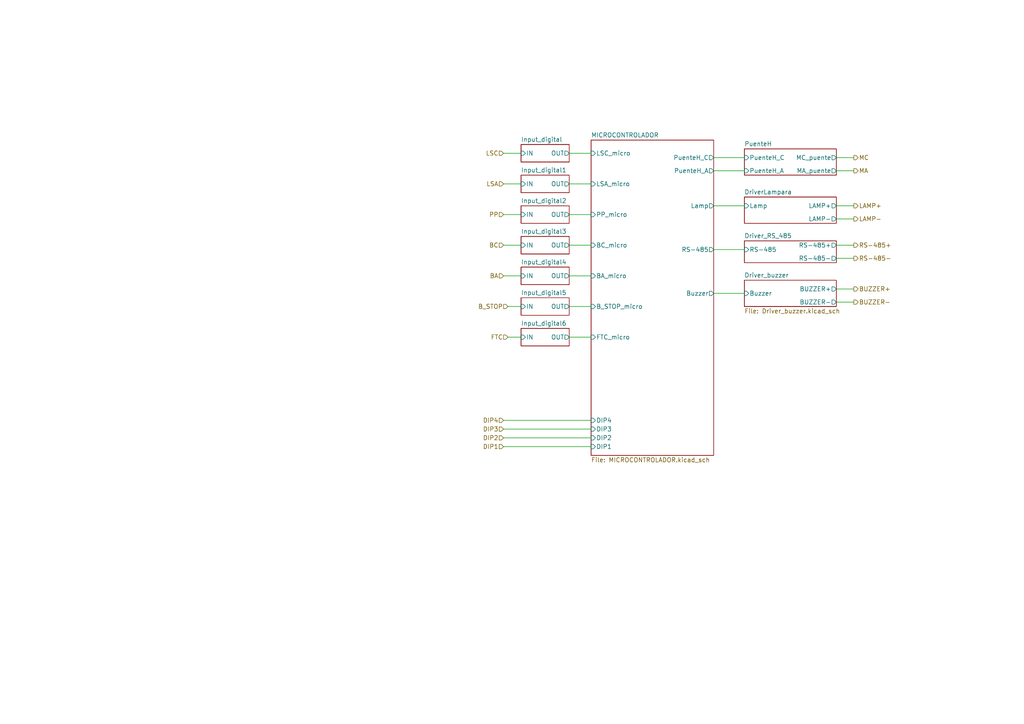
<source format=kicad_sch>
(kicad_sch
	(version 20250114)
	(generator "eeschema")
	(generator_version "9.0")
	(uuid "d0fe5677-f880-4651-8774-e9aeb304ae1a")
	(paper "A4")
	(lib_symbols)
	(wire
		(pts
			(xy 146.05 124.46) (xy 171.45 124.46)
		)
		(stroke
			(width 0)
			(type default)
		)
		(uuid "00c3f3d2-9400-418b-9868-5d78c4cbf39e")
	)
	(wire
		(pts
			(xy 146.05 121.92) (xy 171.45 121.92)
		)
		(stroke
			(width 0)
			(type default)
		)
		(uuid "00da3a63-4639-4c33-9a16-d4ba389ae782")
	)
	(wire
		(pts
			(xy 165.1 97.79) (xy 171.45 97.79)
		)
		(stroke
			(width 0)
			(type default)
		)
		(uuid "058bcb01-c98c-4d8a-9271-a0b84e83ddb9")
	)
	(wire
		(pts
			(xy 242.57 71.12) (xy 247.65 71.12)
		)
		(stroke
			(width 0)
			(type default)
		)
		(uuid "08017cf5-8b11-4c78-921b-76956db02e56")
	)
	(wire
		(pts
			(xy 165.1 62.23) (xy 171.45 62.23)
		)
		(stroke
			(width 0)
			(type default)
		)
		(uuid "0ad70b3b-eb2d-41e6-832d-dcf01a9451ee")
	)
	(wire
		(pts
			(xy 242.57 63.5) (xy 247.65 63.5)
		)
		(stroke
			(width 0)
			(type default)
		)
		(uuid "1206da60-1f74-4d2b-b2ba-39650ab111f4")
	)
	(wire
		(pts
			(xy 146.05 129.54) (xy 171.45 129.54)
		)
		(stroke
			(width 0)
			(type default)
		)
		(uuid "1468d6a1-ae65-4116-940e-7476c6b0410e")
	)
	(wire
		(pts
			(xy 207.01 45.72) (xy 215.9 45.72)
		)
		(stroke
			(width 0)
			(type default)
		)
		(uuid "1e335ddf-87f7-4945-bfbd-eddd36700f65")
	)
	(wire
		(pts
			(xy 242.57 87.63) (xy 247.65 87.63)
		)
		(stroke
			(width 0)
			(type default)
		)
		(uuid "3110dfd6-0295-44d3-b5a6-255887647c74")
	)
	(wire
		(pts
			(xy 165.1 44.45) (xy 171.45 44.45)
		)
		(stroke
			(width 0)
			(type default)
		)
		(uuid "362117b9-2306-42b0-b104-cd9b0839b119")
	)
	(wire
		(pts
			(xy 242.57 49.53) (xy 247.65 49.53)
		)
		(stroke
			(width 0)
			(type default)
		)
		(uuid "4720cc22-da3b-45cd-8c34-ffbab27b0d75")
	)
	(wire
		(pts
			(xy 207.01 85.09) (xy 215.9 85.09)
		)
		(stroke
			(width 0)
			(type default)
		)
		(uuid "5809c0ba-9e3c-4007-b788-7e938b86206d")
	)
	(wire
		(pts
			(xy 146.05 127) (xy 171.45 127)
		)
		(stroke
			(width 0)
			(type default)
		)
		(uuid "59957391-6af1-4b76-83a1-cc0b94e4e790")
	)
	(wire
		(pts
			(xy 165.1 88.9) (xy 171.45 88.9)
		)
		(stroke
			(width 0)
			(type default)
		)
		(uuid "599a7d92-85e5-4f5f-93cd-a8c9ff16fc39")
	)
	(wire
		(pts
			(xy 146.05 44.45) (xy 151.13 44.45)
		)
		(stroke
			(width 0)
			(type default)
		)
		(uuid "5b38a06d-1ae9-455f-bbbe-2336cd336613")
	)
	(wire
		(pts
			(xy 207.01 72.39) (xy 215.9 72.39)
		)
		(stroke
			(width 0)
			(type default)
		)
		(uuid "62f3f81d-6f49-4138-bfbe-e3d9f890b58f")
	)
	(wire
		(pts
			(xy 146.05 62.23) (xy 151.13 62.23)
		)
		(stroke
			(width 0)
			(type default)
		)
		(uuid "6467e95c-d278-4639-9b09-93d235c8f937")
	)
	(wire
		(pts
			(xy 207.01 49.53) (xy 215.9 49.53)
		)
		(stroke
			(width 0)
			(type default)
		)
		(uuid "8652a962-6e1d-4a44-8eb7-879ec739f83e")
	)
	(wire
		(pts
			(xy 242.57 83.82) (xy 247.65 83.82)
		)
		(stroke
			(width 0)
			(type default)
		)
		(uuid "a1b89717-1cac-4168-beb4-fb02793569ab")
	)
	(wire
		(pts
			(xy 242.57 45.72) (xy 247.65 45.72)
		)
		(stroke
			(width 0)
			(type default)
		)
		(uuid "a4fda204-f2f6-4131-906c-3b138cecaeb5")
	)
	(wire
		(pts
			(xy 146.05 53.34) (xy 151.13 53.34)
		)
		(stroke
			(width 0)
			(type default)
		)
		(uuid "a9ecc670-3a14-4dc5-9de1-1ac76616737d")
	)
	(wire
		(pts
			(xy 146.05 71.12) (xy 151.13 71.12)
		)
		(stroke
			(width 0)
			(type default)
		)
		(uuid "b1ee17b1-1542-491a-9564-99c7b03189b3")
	)
	(wire
		(pts
			(xy 207.01 59.69) (xy 215.9 59.69)
		)
		(stroke
			(width 0)
			(type default)
		)
		(uuid "b8617acc-f85a-46dc-80c8-d790420358ce")
	)
	(wire
		(pts
			(xy 147.32 97.79) (xy 151.13 97.79)
		)
		(stroke
			(width 0)
			(type default)
		)
		(uuid "bf242e5a-ee05-47b5-9854-e2c87827d93f")
	)
	(wire
		(pts
			(xy 242.57 74.93) (xy 247.65 74.93)
		)
		(stroke
			(width 0)
			(type default)
		)
		(uuid "d04ab56b-0b19-44ce-8716-f722d855d3b4")
	)
	(wire
		(pts
			(xy 165.1 53.34) (xy 171.45 53.34)
		)
		(stroke
			(width 0)
			(type default)
		)
		(uuid "d23f534f-2dec-4b57-aa23-165c9a8b458f")
	)
	(wire
		(pts
			(xy 165.1 71.12) (xy 171.45 71.12)
		)
		(stroke
			(width 0)
			(type default)
		)
		(uuid "dbe99ae2-52ac-4ddc-8f6f-522ed0da12a3")
	)
	(wire
		(pts
			(xy 146.05 80.01) (xy 151.13 80.01)
		)
		(stroke
			(width 0)
			(type default)
		)
		(uuid "e244d5d7-4f1c-408e-859a-c763c265176f")
	)
	(wire
		(pts
			(xy 147.32 88.9) (xy 151.13 88.9)
		)
		(stroke
			(width 0)
			(type default)
		)
		(uuid "ea0f7266-d23a-4698-96c3-ff21ee4fad2c")
	)
	(wire
		(pts
			(xy 165.1 80.01) (xy 171.45 80.01)
		)
		(stroke
			(width 0)
			(type default)
		)
		(uuid "f09b4cd0-cceb-45f3-a7d9-f9f4eec3fe45")
	)
	(wire
		(pts
			(xy 242.57 59.69) (xy 247.65 59.69)
		)
		(stroke
			(width 0)
			(type default)
		)
		(uuid "fa2d0246-9e8c-4092-a2b0-2d04f52c681c")
	)
	(hierarchical_label "PP"
		(shape input)
		(at 146.05 62.23 180)
		(effects
			(font
				(size 1.27 1.27)
			)
			(justify right)
		)
		(uuid "107aaee1-f3cd-4a48-b284-5cc7ff503d93")
	)
	(hierarchical_label "MC"
		(shape output)
		(at 247.65 45.72 0)
		(effects
			(font
				(size 1.27 1.27)
			)
			(justify left)
		)
		(uuid "2b73c386-a490-4f2b-871c-762513c9c057")
	)
	(hierarchical_label "DIP1"
		(shape input)
		(at 146.05 129.54 180)
		(effects
			(font
				(size 1.27 1.27)
			)
			(justify right)
		)
		(uuid "2d22d601-5141-4bfc-a370-7bbf2ad17032")
	)
	(hierarchical_label "LSC"
		(shape input)
		(at 146.05 44.45 180)
		(effects
			(font
				(size 1.27 1.27)
			)
			(justify right)
		)
		(uuid "46f98ffd-545c-4593-9fc7-cf54d9c1fafd")
	)
	(hierarchical_label "LAMP-"
		(shape output)
		(at 247.65 63.5 0)
		(effects
			(font
				(size 1.27 1.27)
			)
			(justify left)
		)
		(uuid "476f71c0-a2b1-401c-89c2-18167d394dc0")
	)
	(hierarchical_label "MA"
		(shape output)
		(at 247.65 49.53 0)
		(effects
			(font
				(size 1.27 1.27)
			)
			(justify left)
		)
		(uuid "48808b55-9fd3-491c-bba5-b506f1a81ef0")
	)
	(hierarchical_label "RS-485-"
		(shape output)
		(at 247.65 74.93 0)
		(effects
			(font
				(size 1.27 1.27)
			)
			(justify left)
		)
		(uuid "6552502d-6c76-48a4-82ec-7e270f383e58")
	)
	(hierarchical_label "DIP3"
		(shape input)
		(at 146.05 124.46 180)
		(effects
			(font
				(size 1.27 1.27)
			)
			(justify right)
		)
		(uuid "67f3ab1e-2b8a-4cf7-80ba-6a023073a0f4")
	)
	(hierarchical_label "LAMP+"
		(shape output)
		(at 247.65 59.69 0)
		(effects
			(font
				(size 1.27 1.27)
			)
			(justify left)
		)
		(uuid "798c8e95-1ac9-468d-9dfc-89bf03faf16e")
	)
	(hierarchical_label "BA"
		(shape input)
		(at 146.05 80.01 180)
		(effects
			(font
				(size 1.27 1.27)
			)
			(justify right)
		)
		(uuid "8c66cd03-e072-4ed3-ab13-13ab652737ff")
	)
	(hierarchical_label "B_STOP"
		(shape input)
		(at 147.32 88.9 180)
		(effects
			(font
				(size 1.27 1.27)
			)
			(justify right)
		)
		(uuid "935dc878-5d11-4a05-8072-e48216e53eef")
	)
	(hierarchical_label "BC"
		(shape input)
		(at 146.05 71.12 180)
		(effects
			(font
				(size 1.27 1.27)
			)
			(justify right)
		)
		(uuid "a3509665-f516-4e3d-b528-80b6a5d6d73e")
	)
	(hierarchical_label "BUZZER+"
		(shape output)
		(at 247.65 83.82 0)
		(effects
			(font
				(size 1.27 1.27)
			)
			(justify left)
		)
		(uuid "a77c0e5d-1d2e-4e0c-be08-2b853c0159f7")
	)
	(hierarchical_label "BUZZER-"
		(shape output)
		(at 247.65 87.63 0)
		(effects
			(font
				(size 1.27 1.27)
			)
			(justify left)
		)
		(uuid "bfa7cc98-ce94-47b5-acb5-4210f176fb99")
	)
	(hierarchical_label "LSA"
		(shape input)
		(at 146.05 53.34 180)
		(effects
			(font
				(size 1.27 1.27)
			)
			(justify right)
		)
		(uuid "c92c5afa-2f57-416b-a477-9dc99b23ea2e")
	)
	(hierarchical_label "RS-485+"
		(shape output)
		(at 247.65 71.12 0)
		(effects
			(font
				(size 1.27 1.27)
			)
			(justify left)
		)
		(uuid "ce65a09c-455a-48fe-90b1-26415dc2ab2b")
	)
	(hierarchical_label "DIP4"
		(shape input)
		(at 146.05 121.92 180)
		(effects
			(font
				(size 1.27 1.27)
			)
			(justify right)
		)
		(uuid "d0fec52c-e474-477c-90d7-d22189f4de0c")
	)
	(hierarchical_label "FTC"
		(shape input)
		(at 147.32 97.79 180)
		(effects
			(font
				(size 1.27 1.27)
			)
			(justify right)
		)
		(uuid "db65cbec-27fa-4a75-ade8-0af98b0e9417")
	)
	(hierarchical_label "DIP2"
		(shape input)
		(at 146.05 127 180)
		(effects
			(font
				(size 1.27 1.27)
			)
			(justify right)
		)
		(uuid "ebd901c9-880c-477c-bdaa-123f8fbdd081")
	)
	(sheet
		(at 151.13 95.25)
		(size 13.97 5.08)
		(exclude_from_sim no)
		(in_bom yes)
		(on_board yes)
		(dnp no)
		(fields_autoplaced yes)
		(stroke
			(width 0.1524)
			(type solid)
		)
		(fill
			(color 0 0 0 0.0000)
		)
		(uuid "498ee43e-cb17-4bcb-97c5-78d25d4a76d9")
		(property "Sheetname" "Input_digital6"
			(at 151.13 94.5384 0)
			(effects
				(font
					(size 1.27 1.27)
				)
				(justify left bottom)
			)
		)
		(property "Sheetfile" "Input_digital.kicad_sch"
			(at 151.13 100.9146 0)
			(effects
				(font
					(size 1.27 1.27)
				)
				(justify left top)
				(hide yes)
			)
		)
		(pin "IN" input
			(at 151.13 97.79 180)
			(uuid "379934a9-b6e5-4854-b536-32690239b94c")
			(effects
				(font
					(size 1.27 1.27)
				)
				(justify left)
			)
		)
		(pin "OUT" output
			(at 165.1 97.79 0)
			(uuid "354b3e54-9153-4bb4-8da4-306ac2a30e26")
			(effects
				(font
					(size 1.27 1.27)
				)
				(justify right)
			)
		)
		(instances
			(project "Micro_puerta"
				(path "/1b977d99-1d22-4971-9e37-13f65a474bc7/be4a5a19-382f-465e-8ce7-b4d36dda7d2a"
					(page "9")
				)
			)
		)
	)
	(sheet
		(at 215.9 69.85)
		(size 26.67 6.35)
		(exclude_from_sim no)
		(in_bom yes)
		(on_board yes)
		(dnp no)
		(fields_autoplaced yes)
		(stroke
			(width 0.1524)
			(type solid)
		)
		(fill
			(color 0 0 0 0.0000)
		)
		(uuid "5997f8d1-ad14-4af7-ad5c-694bf1e7ea3c")
		(property "Sheetname" "Driver_RS_485"
			(at 215.9 69.1384 0)
			(effects
				(font
					(size 1.27 1.27)
				)
				(justify left bottom)
			)
		)
		(property "Sheetfile" "Driver_RS_485.kicad_sch"
			(at 215.9 76.7846 0)
			(effects
				(font
					(size 1.27 1.27)
				)
				(justify left top)
				(hide yes)
			)
		)
		(pin "RS-485+" output
			(at 242.57 71.12 0)
			(uuid "5c8c8fd7-25b5-45d0-be51-5e5f34bfbb74")
			(effects
				(font
					(size 1.27 1.27)
				)
				(justify right)
			)
		)
		(pin "RS-485-" output
			(at 242.57 74.93 0)
			(uuid "314cd18f-f746-43ba-8cd5-c9fa33ffc7c2")
			(effects
				(font
					(size 1.27 1.27)
				)
				(justify right)
			)
		)
		(pin "RS-485" input
			(at 215.9 72.39 180)
			(uuid "43a8d303-0a1a-4df2-8a2d-de253d282e22")
			(effects
				(font
					(size 1.27 1.27)
				)
				(justify left)
			)
		)
		(instances
			(project "Micro_puerta"
				(path "/1b977d99-1d22-4971-9e37-13f65a474bc7/be4a5a19-382f-465e-8ce7-b4d36dda7d2a"
					(page "15")
				)
			)
		)
	)
	(sheet
		(at 215.9 81.28)
		(size 26.67 7.62)
		(exclude_from_sim no)
		(in_bom yes)
		(on_board yes)
		(dnp no)
		(fields_autoplaced yes)
		(stroke
			(width 0.1524)
			(type solid)
		)
		(fill
			(color 0 0 0 0.0000)
		)
		(uuid "5c903b5a-7620-4596-99a3-35d5351c7a41")
		(property "Sheetname" "Driver_buzzer"
			(at 215.9 80.5684 0)
			(effects
				(font
					(size 1.27 1.27)
				)
				(justify left bottom)
			)
		)
		(property "Sheetfile" "Driver_buzzer.kicad_sch"
			(at 215.9 89.4846 0)
			(effects
				(font
					(size 1.27 1.27)
				)
				(justify left top)
			)
		)
		(pin "Buzzer" input
			(at 215.9 85.09 180)
			(uuid "17ab2fd3-47bc-4bad-825d-4ee97b71ed1a")
			(effects
				(font
					(size 1.27 1.27)
				)
				(justify left)
			)
		)
		(pin "BUZZER+" output
			(at 242.57 83.82 0)
			(uuid "c29a5634-45d4-456f-b946-776b994cc319")
			(effects
				(font
					(size 1.27 1.27)
				)
				(justify right)
			)
		)
		(pin "BUZZER-" output
			(at 242.57 87.63 0)
			(uuid "a13ec314-88e2-44f7-bf2c-2009ca82e3b7")
			(effects
				(font
					(size 1.27 1.27)
				)
				(justify right)
			)
		)
		(instances
			(project "Micro_puerta"
				(path "/1b977d99-1d22-4971-9e37-13f65a474bc7/be4a5a19-382f-465e-8ce7-b4d36dda7d2a"
					(page "15")
				)
			)
		)
	)
	(sheet
		(at 171.45 40.64)
		(size 35.56 91.44)
		(exclude_from_sim no)
		(in_bom yes)
		(on_board yes)
		(dnp no)
		(fields_autoplaced yes)
		(stroke
			(width 0.1524)
			(type solid)
		)
		(fill
			(color 0 0 0 0.0000)
		)
		(uuid "5df3b7e9-7623-4507-b778-b28e041d7a6c")
		(property "Sheetname" "MICROCONTROLADOR"
			(at 171.45 39.9284 0)
			(effects
				(font
					(size 1.27 1.27)
				)
				(justify left bottom)
			)
		)
		(property "Sheetfile" "MICROCONTROLADOR.kicad_sch"
			(at 171.45 132.6646 0)
			(effects
				(font
					(size 1.27 1.27)
				)
				(justify left top)
			)
		)
		(pin "DIP1" input
			(at 171.45 129.54 180)
			(uuid "8616ee00-7017-4392-9eb7-acb9724f0e9e")
			(effects
				(font
					(size 1.27 1.27)
				)
				(justify left)
			)
		)
		(pin "DIP2" input
			(at 171.45 127 180)
			(uuid "a741d09a-c3b8-432f-8244-776e083237ed")
			(effects
				(font
					(size 1.27 1.27)
				)
				(justify left)
			)
		)
		(pin "DIP3" input
			(at 171.45 124.46 180)
			(uuid "e5c8c760-9686-4fce-8af3-bb43e31ae134")
			(effects
				(font
					(size 1.27 1.27)
				)
				(justify left)
			)
		)
		(pin "DIP4" input
			(at 171.45 121.92 180)
			(uuid "7d6e5eca-5bce-4eb7-8a44-43fa51558b37")
			(effects
				(font
					(size 1.27 1.27)
				)
				(justify left)
			)
		)
		(pin "BA_micro" input
			(at 171.45 80.01 180)
			(uuid "92edf26a-7985-4dcc-92cd-3e0e55a29492")
			(effects
				(font
					(size 1.27 1.27)
				)
				(justify left)
			)
		)
		(pin "BC_micro" input
			(at 171.45 71.12 180)
			(uuid "e3d24562-2c17-44b8-9a10-5cf9605b69fc")
			(effects
				(font
					(size 1.27 1.27)
				)
				(justify left)
			)
		)
		(pin "B_STOP_micro" input
			(at 171.45 88.9 180)
			(uuid "b0354425-7dd9-4a17-9a6b-7716d07975df")
			(effects
				(font
					(size 1.27 1.27)
				)
				(justify left)
			)
		)
		(pin "FTC_micro" input
			(at 171.45 97.79 180)
			(uuid "a902d139-7572-4fb6-b7fb-9b5cf71a0777")
			(effects
				(font
					(size 1.27 1.27)
				)
				(justify left)
			)
		)
		(pin "LSA_micro" input
			(at 171.45 53.34 180)
			(uuid "8b79d217-51c9-4e5f-985d-a2667802cfb1")
			(effects
				(font
					(size 1.27 1.27)
				)
				(justify left)
			)
		)
		(pin "LSC_micro" input
			(at 171.45 44.45 180)
			(uuid "34c2937b-456d-4aa0-9873-fbe601552541")
			(effects
				(font
					(size 1.27 1.27)
				)
				(justify left)
			)
		)
		(pin "PP_micro" input
			(at 171.45 62.23 180)
			(uuid "5dc7a3e6-f5fb-498c-888d-5d2585682f5a")
			(effects
				(font
					(size 1.27 1.27)
				)
				(justify left)
			)
		)
		(pin "PuenteH_A" output
			(at 207.01 49.53 0)
			(uuid "ee9eddb5-9b0c-401e-a8bc-98c68bc6d425")
			(effects
				(font
					(size 1.27 1.27)
				)
				(justify right)
			)
		)
		(pin "PuenteH_C" output
			(at 207.01 45.72 0)
			(uuid "bffd7eec-c7fa-40bb-9062-b358e3938dd5")
			(effects
				(font
					(size 1.27 1.27)
				)
				(justify right)
			)
		)
		(pin "Buzzer" output
			(at 207.01 85.09 0)
			(uuid "b459cedb-908a-4155-a897-6597a90b08d5")
			(effects
				(font
					(size 1.27 1.27)
				)
				(justify right)
			)
		)
		(pin "Lamp" output
			(at 207.01 59.69 0)
			(uuid "75423af7-2791-4464-a54d-5fc864d81df0")
			(effects
				(font
					(size 1.27 1.27)
				)
				(justify right)
			)
		)
		(pin "RS-485" output
			(at 207.01 72.39 0)
			(uuid "4e0a2c27-b6e6-4f18-bd71-72a81816c422")
			(effects
				(font
					(size 1.27 1.27)
				)
				(justify right)
			)
		)
		(instances
			(project "Micro_puerta"
				(path "/1b977d99-1d22-4971-9e37-13f65a474bc7/be4a5a19-382f-465e-8ce7-b4d36dda7d2a"
					(page "11")
				)
			)
		)
	)
	(sheet
		(at 151.13 50.8)
		(size 13.97 5.08)
		(exclude_from_sim no)
		(in_bom yes)
		(on_board yes)
		(dnp no)
		(fields_autoplaced yes)
		(stroke
			(width 0.1524)
			(type solid)
		)
		(fill
			(color 0 0 0 0.0000)
		)
		(uuid "63227406-7c3d-4285-83a6-b42f83ceff6b")
		(property "Sheetname" "Input_digital1"
			(at 151.13 50.0884 0)
			(effects
				(font
					(size 1.27 1.27)
				)
				(justify left bottom)
			)
		)
		(property "Sheetfile" "Input_digital.kicad_sch"
			(at 151.13 56.4646 0)
			(effects
				(font
					(size 1.27 1.27)
				)
				(justify left top)
				(hide yes)
			)
		)
		(pin "IN" input
			(at 151.13 53.34 180)
			(uuid "88af3a2a-0092-436f-a048-19872ee4ec13")
			(effects
				(font
					(size 1.27 1.27)
				)
				(justify left)
			)
		)
		(pin "OUT" output
			(at 165.1 53.34 0)
			(uuid "0fa70248-7ba3-497e-a066-1bbdfbea0256")
			(effects
				(font
					(size 1.27 1.27)
				)
				(justify right)
			)
		)
		(instances
			(project "Micro_puerta"
				(path "/1b977d99-1d22-4971-9e37-13f65a474bc7/be4a5a19-382f-465e-8ce7-b4d36dda7d2a"
					(page "4")
				)
			)
		)
	)
	(sheet
		(at 151.13 77.47)
		(size 13.97 5.08)
		(exclude_from_sim no)
		(in_bom yes)
		(on_board yes)
		(dnp no)
		(fields_autoplaced yes)
		(stroke
			(width 0.1524)
			(type solid)
		)
		(fill
			(color 0 0 0 0.0000)
		)
		(uuid "79e0d816-1df9-4317-b364-7dca1077c0d3")
		(property "Sheetname" "Input_digital4"
			(at 151.13 76.7584 0)
			(effects
				(font
					(size 1.27 1.27)
				)
				(justify left bottom)
			)
		)
		(property "Sheetfile" "Input_digital.kicad_sch"
			(at 151.13 83.1346 0)
			(effects
				(font
					(size 1.27 1.27)
				)
				(justify left top)
				(hide yes)
			)
		)
		(pin "IN" input
			(at 151.13 80.01 180)
			(uuid "20a85a29-24b7-47e7-82e4-e83bf714a08e")
			(effects
				(font
					(size 1.27 1.27)
				)
				(justify left)
			)
		)
		(pin "OUT" output
			(at 165.1 80.01 0)
			(uuid "5f80038e-fe5d-4efb-88ea-5b427af6b420")
			(effects
				(font
					(size 1.27 1.27)
				)
				(justify right)
			)
		)
		(instances
			(project "Micro_puerta"
				(path "/1b977d99-1d22-4971-9e37-13f65a474bc7/be4a5a19-382f-465e-8ce7-b4d36dda7d2a"
					(page "7")
				)
			)
		)
	)
	(sheet
		(at 151.13 68.58)
		(size 13.97 5.08)
		(exclude_from_sim no)
		(in_bom yes)
		(on_board yes)
		(dnp no)
		(fields_autoplaced yes)
		(stroke
			(width 0.1524)
			(type solid)
		)
		(fill
			(color 0 0 0 0.0000)
		)
		(uuid "7bcfcb45-1e59-442b-9b75-6f4c16a8f83c")
		(property "Sheetname" "Input_digital3"
			(at 151.13 67.8684 0)
			(effects
				(font
					(size 1.27 1.27)
				)
				(justify left bottom)
			)
		)
		(property "Sheetfile" "Input_digital.kicad_sch"
			(at 151.13 74.2446 0)
			(effects
				(font
					(size 1.27 1.27)
				)
				(justify left top)
				(hide yes)
			)
		)
		(pin "IN" input
			(at 151.13 71.12 180)
			(uuid "0eada5bf-8893-4b3e-b2a2-a30a1c5b959f")
			(effects
				(font
					(size 1.27 1.27)
				)
				(justify left)
			)
		)
		(pin "OUT" output
			(at 165.1 71.12 0)
			(uuid "63f7e5d1-6375-4147-b742-296b558eb40b")
			(effects
				(font
					(size 1.27 1.27)
				)
				(justify right)
			)
		)
		(instances
			(project "Micro_puerta"
				(path "/1b977d99-1d22-4971-9e37-13f65a474bc7/be4a5a19-382f-465e-8ce7-b4d36dda7d2a"
					(page "6")
				)
			)
		)
	)
	(sheet
		(at 151.13 86.36)
		(size 13.97 5.08)
		(exclude_from_sim no)
		(in_bom yes)
		(on_board yes)
		(dnp no)
		(fields_autoplaced yes)
		(stroke
			(width 0.1524)
			(type solid)
		)
		(fill
			(color 0 0 0 0.0000)
		)
		(uuid "8d930a81-6f29-4b62-9f3d-3538f0be8ed0")
		(property "Sheetname" "Input_digital5"
			(at 151.13 85.6484 0)
			(effects
				(font
					(size 1.27 1.27)
				)
				(justify left bottom)
			)
		)
		(property "Sheetfile" "Input_digital.kicad_sch"
			(at 151.13 92.0246 0)
			(effects
				(font
					(size 1.27 1.27)
				)
				(justify left top)
				(hide yes)
			)
		)
		(pin "IN" input
			(at 151.13 88.9 180)
			(uuid "c704502c-2621-4c91-8a25-d418ab597dc2")
			(effects
				(font
					(size 1.27 1.27)
				)
				(justify left)
			)
		)
		(pin "OUT" output
			(at 165.1 88.9 0)
			(uuid "632053a2-6e53-4166-94d9-2b9bdb752897")
			(effects
				(font
					(size 1.27 1.27)
				)
				(justify right)
			)
		)
		(instances
			(project "Micro_puerta"
				(path "/1b977d99-1d22-4971-9e37-13f65a474bc7/be4a5a19-382f-465e-8ce7-b4d36dda7d2a"
					(page "8")
				)
			)
		)
	)
	(sheet
		(at 151.13 59.69)
		(size 13.97 5.08)
		(exclude_from_sim no)
		(in_bom yes)
		(on_board yes)
		(dnp no)
		(fields_autoplaced yes)
		(stroke
			(width 0.1524)
			(type solid)
		)
		(fill
			(color 0 0 0 0.0000)
		)
		(uuid "a7a86acf-c198-486e-a42b-273da68a112d")
		(property "Sheetname" "Input_digital2"
			(at 151.13 58.9784 0)
			(effects
				(font
					(size 1.27 1.27)
				)
				(justify left bottom)
			)
		)
		(property "Sheetfile" "Input_digital.kicad_sch"
			(at 151.13 65.3546 0)
			(effects
				(font
					(size 1.27 1.27)
				)
				(justify left top)
				(hide yes)
			)
		)
		(pin "IN" input
			(at 151.13 62.23 180)
			(uuid "cb5c272b-98d1-4eef-846f-2bf531a8f6a2")
			(effects
				(font
					(size 1.27 1.27)
				)
				(justify left)
			)
		)
		(pin "OUT" output
			(at 165.1 62.23 0)
			(uuid "34d22d65-87e4-4a29-b3a0-1b8be0a37235")
			(effects
				(font
					(size 1.27 1.27)
				)
				(justify right)
			)
		)
		(instances
			(project "Micro_puerta"
				(path "/1b977d99-1d22-4971-9e37-13f65a474bc7/be4a5a19-382f-465e-8ce7-b4d36dda7d2a"
					(page "5")
				)
			)
		)
	)
	(sheet
		(at 215.9 57.15)
		(size 26.67 7.62)
		(exclude_from_sim no)
		(in_bom yes)
		(on_board yes)
		(dnp no)
		(fields_autoplaced yes)
		(stroke
			(width 0.1524)
			(type solid)
		)
		(fill
			(color 0 0 0 0.0000)
		)
		(uuid "bfcc3fa2-33a1-42b9-9f87-e8fbea842790")
		(property "Sheetname" "DriverLampara"
			(at 215.9 56.4384 0)
			(effects
				(font
					(size 1.27 1.27)
				)
				(justify left bottom)
			)
		)
		(property "Sheetfile" "DriverLampara.kicad_sch"
			(at 215.9 65.3546 0)
			(effects
				(font
					(size 1.27 1.27)
				)
				(justify left top)
				(hide yes)
			)
		)
		(pin "Lamp" input
			(at 215.9 59.69 180)
			(uuid "458f68ff-7969-4b42-b60c-359f3b052699")
			(effects
				(font
					(size 1.27 1.27)
				)
				(justify left)
			)
		)
		(pin "LAMP+" output
			(at 242.57 59.69 0)
			(uuid "8d0c90ea-b670-423c-9429-b79b1116d152")
			(effects
				(font
					(size 1.27 1.27)
				)
				(justify right)
			)
		)
		(pin "LAMP-" output
			(at 242.57 63.5 0)
			(uuid "9d0a1215-6c37-4790-9164-cc0869cb99cf")
			(effects
				(font
					(size 1.27 1.27)
				)
				(justify right)
			)
		)
		(instances
			(project "Micro_puerta"
				(path "/1b977d99-1d22-4971-9e37-13f65a474bc7/be4a5a19-382f-465e-8ce7-b4d36dda7d2a"
					(page "14")
				)
			)
		)
	)
	(sheet
		(at 151.13 41.91)
		(size 13.97 5.08)
		(exclude_from_sim no)
		(in_bom yes)
		(on_board yes)
		(dnp no)
		(fields_autoplaced yes)
		(stroke
			(width 0.1524)
			(type solid)
		)
		(fill
			(color 0 0 0 0.0000)
		)
		(uuid "c68ead41-e356-4f95-bd9f-b2af4554166d")
		(property "Sheetname" "Input_digital"
			(at 151.13 41.1984 0)
			(effects
				(font
					(size 1.27 1.27)
				)
				(justify left bottom)
			)
		)
		(property "Sheetfile" "Input_digital.kicad_sch"
			(at 151.13 47.5746 0)
			(effects
				(font
					(size 1.27 1.27)
				)
				(justify left top)
				(hide yes)
			)
		)
		(pin "IN" input
			(at 151.13 44.45 180)
			(uuid "d28a44bd-32bd-4583-a694-36ae4c87c446")
			(effects
				(font
					(size 1.27 1.27)
				)
				(justify left)
			)
		)
		(pin "OUT" output
			(at 165.1 44.45 0)
			(uuid "ff158f64-fc7a-4721-9995-ddfc0b8f5513")
			(effects
				(font
					(size 1.27 1.27)
				)
				(justify right)
			)
		)
		(instances
			(project "Micro_puerta"
				(path "/1b977d99-1d22-4971-9e37-13f65a474bc7/be4a5a19-382f-465e-8ce7-b4d36dda7d2a"
					(page "3")
				)
			)
		)
	)
	(sheet
		(at 215.9 43.18)
		(size 26.67 7.62)
		(exclude_from_sim no)
		(in_bom yes)
		(on_board yes)
		(dnp no)
		(fields_autoplaced yes)
		(stroke
			(width 0.1524)
			(type solid)
		)
		(fill
			(color 0 0 0 0.0000)
		)
		(uuid "f37f3d81-c124-4514-96cc-c3f6281f6816")
		(property "Sheetname" "PuenteH"
			(at 215.9 42.4684 0)
			(effects
				(font
					(size 1.27 1.27)
				)
				(justify left bottom)
			)
		)
		(property "Sheetfile" "PuenteH.kicad_sch"
			(at 215.9 51.3846 0)
			(effects
				(font
					(size 1.27 1.27)
				)
				(justify left top)
				(hide yes)
			)
		)
		(pin "PuenteH_A" input
			(at 215.9 49.53 180)
			(uuid "2e1c0419-a156-4571-bba3-c78d4f1ac397")
			(effects
				(font
					(size 1.27 1.27)
				)
				(justify left)
			)
		)
		(pin "PuenteH_C" input
			(at 215.9 45.72 180)
			(uuid "83397396-3f4b-448b-a20d-f5fe2a866254")
			(effects
				(font
					(size 1.27 1.27)
				)
				(justify left)
			)
		)
		(pin "MA_puente" output
			(at 242.57 49.53 0)
			(uuid "978cbd62-3388-4712-9940-fd88681c894a")
			(effects
				(font
					(size 1.27 1.27)
				)
				(justify right)
			)
		)
		(pin "MC_puente" output
			(at 242.57 45.72 0)
			(uuid "b69143b3-4351-4e22-b0a0-a7398299573c")
			(effects
				(font
					(size 1.27 1.27)
				)
				(justify right)
			)
		)
		(instances
			(project "Micro_puerta"
				(path "/1b977d99-1d22-4971-9e37-13f65a474bc7/be4a5a19-382f-465e-8ce7-b4d36dda7d2a"
					(page "13")
				)
			)
		)
	)
)

</source>
